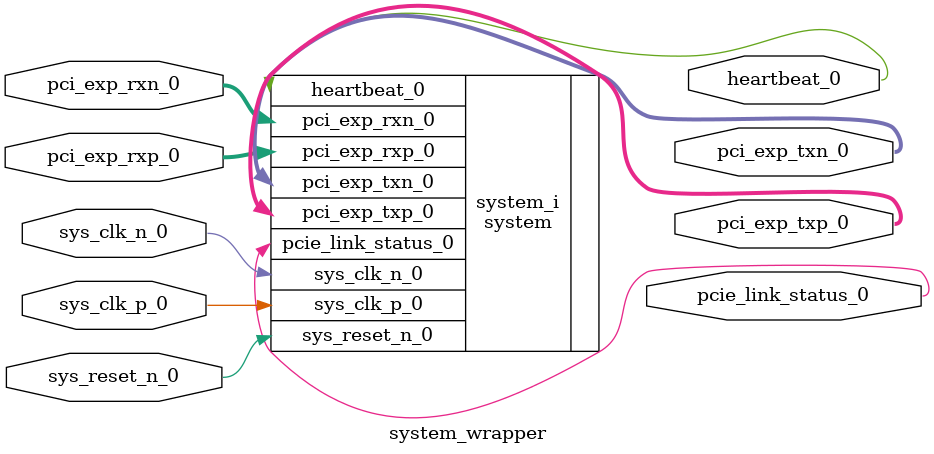
<source format=v>
`timescale 1 ps / 1 ps

module system_wrapper
   (heartbeat_0,
    pci_exp_rxn_0,
    pci_exp_rxp_0,
    pci_exp_txn_0,
    pci_exp_txp_0,
    pcie_link_status_0,
    sys_clk_n_0,
    sys_clk_p_0,
    sys_reset_n_0);
  output heartbeat_0;
  input [7:0]pci_exp_rxn_0;
  input [7:0]pci_exp_rxp_0;
  output [7:0]pci_exp_txn_0;
  output [7:0]pci_exp_txp_0;
  output pcie_link_status_0;
  input sys_clk_n_0;
  input sys_clk_p_0;
  input sys_reset_n_0;

  wire heartbeat_0;
  wire [7:0]pci_exp_rxn_0;
  wire [7:0]pci_exp_rxp_0;
  wire [7:0]pci_exp_txn_0;
  wire [7:0]pci_exp_txp_0;
  wire pcie_link_status_0;
  wire sys_clk_n_0;
  wire sys_clk_p_0;
  wire sys_reset_n_0;

  system system_i
       (.heartbeat_0(heartbeat_0),
        .pci_exp_rxn_0(pci_exp_rxn_0),
        .pci_exp_rxp_0(pci_exp_rxp_0),
        .pci_exp_txn_0(pci_exp_txn_0),
        .pci_exp_txp_0(pci_exp_txp_0),
        .pcie_link_status_0(pcie_link_status_0),
        .sys_clk_n_0(sys_clk_n_0),
        .sys_clk_p_0(sys_clk_p_0),
        .sys_reset_n_0(sys_reset_n_0));
endmodule

</source>
